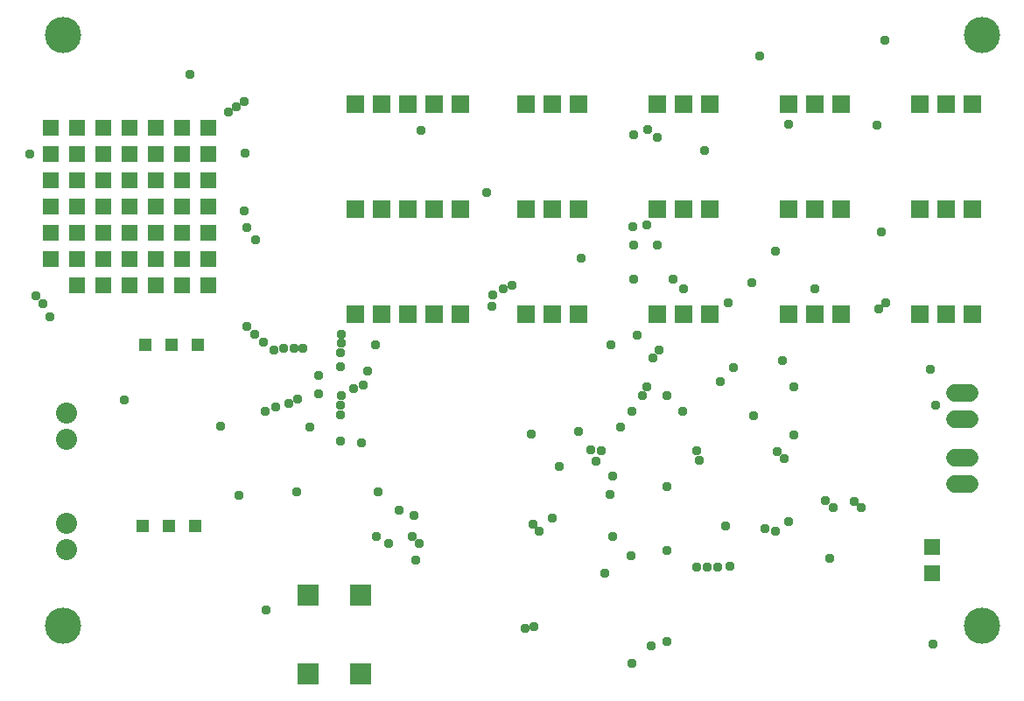
<source format=gbs>
G75*
%MOIN*%
%OFA0B0*%
%FSLAX25Y25*%
%IPPOS*%
%LPD*%
%AMOC8*
5,1,8,0,0,1.08239X$1,22.5*
%
%ADD10C,0.13800*%
%ADD11R,0.06800X0.06800*%
%ADD12R,0.05930X0.05930*%
%ADD13R,0.05162X0.05162*%
%ADD14R,0.07835X0.07835*%
%ADD15C,0.06737*%
%ADD16C,0.08000*%
%ADD17C,0.03778*%
D10*
X0020800Y0032300D03*
X0020800Y0257300D03*
X0370800Y0257300D03*
X0370800Y0032300D03*
D11*
X0367300Y0150800D03*
X0357300Y0150800D03*
X0347300Y0150800D03*
X0317300Y0150800D03*
X0307300Y0150800D03*
X0297300Y0150800D03*
X0267300Y0150800D03*
X0257300Y0150800D03*
X0247300Y0150800D03*
X0217300Y0150800D03*
X0207300Y0150800D03*
X0197300Y0150800D03*
X0172300Y0150800D03*
X0162300Y0150800D03*
X0152300Y0150800D03*
X0142300Y0150800D03*
X0132300Y0150800D03*
X0132300Y0190800D03*
X0142300Y0190800D03*
X0152300Y0190800D03*
X0162300Y0190800D03*
X0172300Y0190800D03*
X0197300Y0190800D03*
X0207300Y0190800D03*
X0217300Y0190800D03*
X0247300Y0190800D03*
X0257300Y0190800D03*
X0267300Y0190800D03*
X0297300Y0190800D03*
X0307300Y0190800D03*
X0317300Y0190800D03*
X0347300Y0190800D03*
X0357300Y0190800D03*
X0367300Y0190800D03*
X0367300Y0230800D03*
X0357300Y0230800D03*
X0347300Y0230800D03*
X0317300Y0230800D03*
X0307300Y0230800D03*
X0297300Y0230800D03*
X0267300Y0230800D03*
X0257300Y0230800D03*
X0247300Y0230800D03*
X0217300Y0230800D03*
X0207300Y0230800D03*
X0197300Y0230800D03*
X0172300Y0230800D03*
X0162300Y0230800D03*
X0152300Y0230800D03*
X0142300Y0230800D03*
X0132300Y0230800D03*
D12*
X0076300Y0221800D03*
X0066300Y0221800D03*
X0056300Y0221800D03*
X0046300Y0221800D03*
X0036300Y0221800D03*
X0026300Y0221800D03*
X0016300Y0221800D03*
X0016300Y0211800D03*
X0026300Y0211800D03*
X0036300Y0211800D03*
X0046300Y0211800D03*
X0056300Y0211800D03*
X0066300Y0211800D03*
X0076300Y0211800D03*
X0076300Y0201800D03*
X0066300Y0201800D03*
X0066300Y0191800D03*
X0076300Y0191800D03*
X0076300Y0181800D03*
X0066300Y0181800D03*
X0056300Y0181800D03*
X0046300Y0181800D03*
X0036300Y0181800D03*
X0026300Y0181800D03*
X0016300Y0181800D03*
X0016300Y0171800D03*
X0026300Y0171800D03*
X0026300Y0161800D03*
X0036300Y0161800D03*
X0046300Y0161800D03*
X0046300Y0171800D03*
X0036300Y0171800D03*
X0056300Y0171800D03*
X0056300Y0161800D03*
X0066300Y0161800D03*
X0076300Y0161800D03*
X0076300Y0171800D03*
X0066300Y0171800D03*
X0056300Y0191800D03*
X0056300Y0201800D03*
X0046300Y0201800D03*
X0036300Y0201800D03*
X0036300Y0191800D03*
X0046300Y0191800D03*
X0026300Y0191800D03*
X0016300Y0191800D03*
X0016300Y0201800D03*
X0026300Y0201800D03*
X0351800Y0062300D03*
X0351800Y0052300D03*
D13*
X0071300Y0070300D03*
X0061300Y0070300D03*
X0051300Y0070300D03*
X0052300Y0139300D03*
X0062300Y0139300D03*
X0072300Y0139300D03*
D14*
X0114300Y0043800D03*
X0134300Y0043800D03*
X0134300Y0013800D03*
X0114300Y0013800D03*
D15*
X0360331Y0086300D02*
X0366269Y0086300D01*
X0366269Y0096300D02*
X0360331Y0096300D01*
X0360331Y0110800D02*
X0366269Y0110800D01*
X0366269Y0120800D02*
X0360331Y0120800D01*
D16*
X0022300Y0113300D03*
X0022300Y0103300D03*
X0022300Y0071300D03*
X0022300Y0061300D03*
D17*
X0087800Y0081800D03*
X0109800Y0083300D03*
X0126389Y0102550D03*
X0134381Y0101881D03*
X0126389Y0112644D03*
X0126389Y0116222D03*
X0126800Y0119800D03*
X0131534Y0122389D03*
X0134994Y0123989D03*
X0136872Y0129167D03*
X0139800Y0139111D03*
X0126800Y0139722D03*
X0126800Y0143300D03*
X0126389Y0136089D03*
X0126389Y0130806D03*
X0118011Y0127606D03*
X0118011Y0120450D03*
X0110265Y0118611D03*
X0106800Y0117011D03*
X0101800Y0115411D03*
X0097800Y0113811D03*
X0114811Y0107844D03*
X0080800Y0108300D03*
X0044300Y0118300D03*
X0015940Y0149711D03*
X0013207Y0154707D03*
X0010618Y0157800D03*
X0007992Y0211800D03*
X0069300Y0242300D03*
X0083740Y0227740D03*
X0086770Y0229770D03*
X0089800Y0231800D03*
X0090300Y0212300D03*
X0089800Y0190180D03*
X0090800Y0183800D03*
X0094300Y0179300D03*
X0090800Y0146300D03*
X0093722Y0143300D03*
X0097300Y0140300D03*
X0101222Y0137300D03*
X0104800Y0137800D03*
X0108722Y0137800D03*
X0112300Y0137800D03*
X0184300Y0153800D03*
X0184469Y0158131D03*
X0188373Y0160389D03*
X0191800Y0162022D03*
X0218300Y0172300D03*
X0238111Y0177300D03*
X0247300Y0177300D03*
X0242989Y0184800D03*
X0237811Y0184300D03*
X0238111Y0164300D03*
X0253300Y0164300D03*
X0257300Y0160389D03*
X0274300Y0155211D03*
X0283300Y0162978D03*
X0292300Y0174800D03*
X0307300Y0160389D03*
X0331330Y0152830D03*
X0334009Y0155211D03*
X0351300Y0129800D03*
X0353300Y0116300D03*
X0322159Y0079659D03*
X0324747Y0077070D03*
X0314172Y0077211D03*
X0311300Y0079800D03*
X0297300Y0071800D03*
X0292300Y0068300D03*
X0288300Y0069211D03*
X0273278Y0070184D03*
X0274800Y0054800D03*
X0270300Y0054436D03*
X0266300Y0054436D03*
X0262300Y0054436D03*
X0250800Y0060800D03*
X0237300Y0059001D03*
X0227300Y0052300D03*
X0230300Y0066347D03*
X0229031Y0082300D03*
X0230300Y0089300D03*
X0223800Y0094800D03*
X0225821Y0098800D03*
X0221800Y0099300D03*
X0217300Y0106300D03*
X0233300Y0107800D03*
X0237360Y0113860D03*
X0241569Y0119771D03*
X0243200Y0123200D03*
X0250684Y0119800D03*
X0256742Y0113742D03*
X0271186Y0125186D03*
X0276294Y0130511D03*
X0294800Y0133300D03*
X0299300Y0123300D03*
X0283889Y0112300D03*
X0299300Y0104800D03*
X0292941Y0098441D03*
X0295472Y0095911D03*
X0263300Y0095222D03*
X0262300Y0098800D03*
X0250800Y0085300D03*
X0209812Y0092800D03*
X0199300Y0105300D03*
X0207300Y0073300D03*
X0202300Y0068216D03*
X0199829Y0070805D03*
X0156534Y0063627D03*
X0153830Y0066330D03*
X0144906Y0063406D03*
X0140025Y0066025D03*
X0148800Y0076300D03*
X0154630Y0074308D03*
X0140800Y0083300D03*
X0155300Y0057300D03*
X0196644Y0031300D03*
X0200222Y0031699D03*
X0237385Y0017885D03*
X0244779Y0024420D03*
X0250696Y0026196D03*
X0312800Y0057800D03*
X0352300Y0025300D03*
X0245506Y0134171D03*
X0247800Y0137300D03*
X0239411Y0142800D03*
X0229589Y0139349D03*
X0182300Y0197300D03*
X0157300Y0220800D03*
X0237995Y0219345D03*
X0243611Y0221300D03*
X0247300Y0218300D03*
X0265300Y0213300D03*
X0297300Y0223300D03*
X0330889Y0222800D03*
X0286300Y0249300D03*
X0333800Y0255300D03*
X0332489Y0182300D03*
X0098300Y0038300D03*
M02*

</source>
